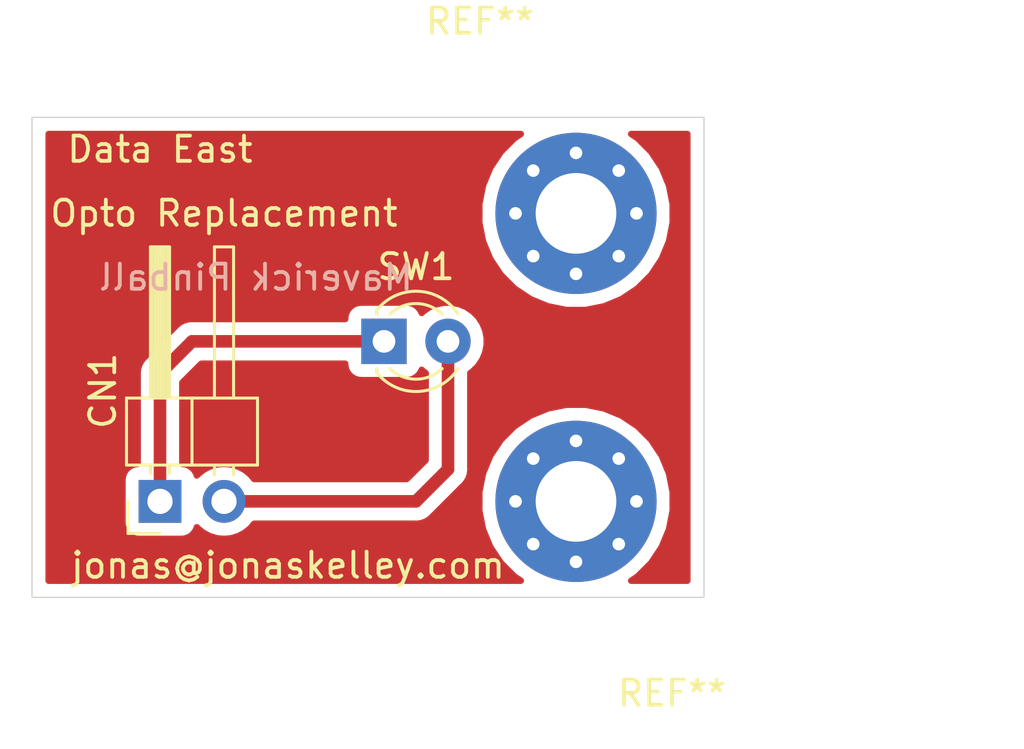
<source format=kicad_pcb>
(kicad_pcb (version 20171130) (host pcbnew "(5.1.4-0-10_14)")

  (general
    (thickness 1.6)
    (drawings 8)
    (tracks 6)
    (zones 0)
    (modules 4)
    (nets 1)
  )

  (page A4)
  (layers
    (0 F.Cu signal)
    (31 B.Cu signal)
    (32 B.Adhes user)
    (33 F.Adhes user)
    (34 B.Paste user)
    (35 F.Paste user)
    (36 B.SilkS user)
    (37 F.SilkS user)
    (38 B.Mask user)
    (39 F.Mask user)
    (40 Dwgs.User user)
    (41 Cmts.User user)
    (42 Eco1.User user)
    (43 Eco2.User user)
    (44 Edge.Cuts user)
    (45 Margin user)
    (46 B.CrtYd user)
    (47 F.CrtYd user)
    (48 B.Fab user)
    (49 F.Fab user)
  )

  (setup
    (last_trace_width 0.5)
    (user_trace_width 0.5)
    (trace_clearance 0.2)
    (zone_clearance 0.508)
    (zone_45_only no)
    (trace_min 0.2)
    (via_size 0.8)
    (via_drill 0.4)
    (via_min_size 0.4)
    (via_min_drill 0.3)
    (uvia_size 0.3)
    (uvia_drill 0.1)
    (uvias_allowed no)
    (uvia_min_size 0.2)
    (uvia_min_drill 0.1)
    (edge_width 0.05)
    (segment_width 0.2)
    (pcb_text_width 0.3)
    (pcb_text_size 1.5 1.5)
    (mod_edge_width 0.12)
    (mod_text_size 1 1)
    (mod_text_width 0.15)
    (pad_size 1.524 1.524)
    (pad_drill 0.762)
    (pad_to_mask_clearance 0.051)
    (solder_mask_min_width 0.25)
    (aux_axis_origin 0 0)
    (visible_elements FFFFFF7F)
    (pcbplotparams
      (layerselection 0x010fc_ffffffff)
      (usegerberextensions false)
      (usegerberattributes false)
      (usegerberadvancedattributes false)
      (creategerberjobfile false)
      (excludeedgelayer true)
      (linewidth 0.100000)
      (plotframeref false)
      (viasonmask false)
      (mode 1)
      (useauxorigin false)
      (hpglpennumber 1)
      (hpglpenspeed 20)
      (hpglpendiameter 15.000000)
      (psnegative false)
      (psa4output false)
      (plotreference true)
      (plotvalue true)
      (plotinvisibletext false)
      (padsonsilk false)
      (subtractmaskfromsilk false)
      (outputformat 1)
      (mirror false)
      (drillshape 1)
      (scaleselection 1)
      (outputdirectory ""))
  )

  (net 0 "")

  (net_class Default "This is the default net class."
    (clearance 0.2)
    (trace_width 0.25)
    (via_dia 0.8)
    (via_drill 0.4)
    (uvia_dia 0.3)
    (uvia_drill 0.1)
  )

  (module Connector_PinHeader_2.54mm:PinHeader_1x02_P2.54mm_Horizontal (layer F.Cu) (tedit 59FED5CB) (tstamp 5DCEE396)
    (at 68.58 54.61 90)
    (descr "Through hole angled pin header, 1x02, 2.54mm pitch, 6mm pin length, single row")
    (tags "Through hole angled pin header THT 1x02 2.54mm single row")
    (fp_text reference CN1 (at 4.385 -2.27 90) (layer F.SilkS)
      (effects (font (size 1 1) (thickness 0.15)))
    )
    (fp_text value PinHeader_1x02_P2.54mm_Horizontal (at 4.385 4.81 90) (layer F.Fab)
      (effects (font (size 1 1) (thickness 0.15)))
    )
    (fp_text user %R (at 2.77 1.27) (layer F.Fab)
      (effects (font (size 1 1) (thickness 0.15)))
    )
    (fp_line (start 10.55 -1.8) (end -1.8 -1.8) (layer F.CrtYd) (width 0.05))
    (fp_line (start 10.55 4.35) (end 10.55 -1.8) (layer F.CrtYd) (width 0.05))
    (fp_line (start -1.8 4.35) (end 10.55 4.35) (layer F.CrtYd) (width 0.05))
    (fp_line (start -1.8 -1.8) (end -1.8 4.35) (layer F.CrtYd) (width 0.05))
    (fp_line (start -1.27 -1.27) (end 0 -1.27) (layer F.SilkS) (width 0.12))
    (fp_line (start -1.27 0) (end -1.27 -1.27) (layer F.SilkS) (width 0.12))
    (fp_line (start 1.042929 2.92) (end 1.44 2.92) (layer F.SilkS) (width 0.12))
    (fp_line (start 1.042929 2.16) (end 1.44 2.16) (layer F.SilkS) (width 0.12))
    (fp_line (start 10.1 2.92) (end 4.1 2.92) (layer F.SilkS) (width 0.12))
    (fp_line (start 10.1 2.16) (end 10.1 2.92) (layer F.SilkS) (width 0.12))
    (fp_line (start 4.1 2.16) (end 10.1 2.16) (layer F.SilkS) (width 0.12))
    (fp_line (start 1.44 1.27) (end 4.1 1.27) (layer F.SilkS) (width 0.12))
    (fp_line (start 1.11 0.38) (end 1.44 0.38) (layer F.SilkS) (width 0.12))
    (fp_line (start 1.11 -0.38) (end 1.44 -0.38) (layer F.SilkS) (width 0.12))
    (fp_line (start 4.1 0.28) (end 10.1 0.28) (layer F.SilkS) (width 0.12))
    (fp_line (start 4.1 0.16) (end 10.1 0.16) (layer F.SilkS) (width 0.12))
    (fp_line (start 4.1 0.04) (end 10.1 0.04) (layer F.SilkS) (width 0.12))
    (fp_line (start 4.1 -0.08) (end 10.1 -0.08) (layer F.SilkS) (width 0.12))
    (fp_line (start 4.1 -0.2) (end 10.1 -0.2) (layer F.SilkS) (width 0.12))
    (fp_line (start 4.1 -0.32) (end 10.1 -0.32) (layer F.SilkS) (width 0.12))
    (fp_line (start 10.1 0.38) (end 4.1 0.38) (layer F.SilkS) (width 0.12))
    (fp_line (start 10.1 -0.38) (end 10.1 0.38) (layer F.SilkS) (width 0.12))
    (fp_line (start 4.1 -0.38) (end 10.1 -0.38) (layer F.SilkS) (width 0.12))
    (fp_line (start 4.1 -1.33) (end 1.44 -1.33) (layer F.SilkS) (width 0.12))
    (fp_line (start 4.1 3.87) (end 4.1 -1.33) (layer F.SilkS) (width 0.12))
    (fp_line (start 1.44 3.87) (end 4.1 3.87) (layer F.SilkS) (width 0.12))
    (fp_line (start 1.44 -1.33) (end 1.44 3.87) (layer F.SilkS) (width 0.12))
    (fp_line (start 4.04 2.86) (end 10.04 2.86) (layer F.Fab) (width 0.1))
    (fp_line (start 10.04 2.22) (end 10.04 2.86) (layer F.Fab) (width 0.1))
    (fp_line (start 4.04 2.22) (end 10.04 2.22) (layer F.Fab) (width 0.1))
    (fp_line (start -0.32 2.86) (end 1.5 2.86) (layer F.Fab) (width 0.1))
    (fp_line (start -0.32 2.22) (end -0.32 2.86) (layer F.Fab) (width 0.1))
    (fp_line (start -0.32 2.22) (end 1.5 2.22) (layer F.Fab) (width 0.1))
    (fp_line (start 4.04 0.32) (end 10.04 0.32) (layer F.Fab) (width 0.1))
    (fp_line (start 10.04 -0.32) (end 10.04 0.32) (layer F.Fab) (width 0.1))
    (fp_line (start 4.04 -0.32) (end 10.04 -0.32) (layer F.Fab) (width 0.1))
    (fp_line (start -0.32 0.32) (end 1.5 0.32) (layer F.Fab) (width 0.1))
    (fp_line (start -0.32 -0.32) (end -0.32 0.32) (layer F.Fab) (width 0.1))
    (fp_line (start -0.32 -0.32) (end 1.5 -0.32) (layer F.Fab) (width 0.1))
    (fp_line (start 1.5 -0.635) (end 2.135 -1.27) (layer F.Fab) (width 0.1))
    (fp_line (start 1.5 3.81) (end 1.5 -0.635) (layer F.Fab) (width 0.1))
    (fp_line (start 4.04 3.81) (end 1.5 3.81) (layer F.Fab) (width 0.1))
    (fp_line (start 4.04 -1.27) (end 4.04 3.81) (layer F.Fab) (width 0.1))
    (fp_line (start 2.135 -1.27) (end 4.04 -1.27) (layer F.Fab) (width 0.1))
    (pad 2 thru_hole oval (at 0 2.54 90) (size 1.7 1.7) (drill 1) (layers *.Cu *.Mask))
    (pad 1 thru_hole rect (at 0 0 90) (size 1.7 1.7) (drill 1) (layers *.Cu *.Mask))
    (model ${KISYS3DMOD}/Connector_PinHeader_2.54mm.3dshapes/PinHeader_1x02_P2.54mm_Horizontal.wrl
      (at (xyz 0 0 0))
      (scale (xyz 1 1 1))
      (rotate (xyz 0 0 0))
    )
  )

  (module LED_THT:LED_D3.0mm_FlatTop (layer F.Cu) (tedit 5880A862) (tstamp 5DCEE1C1)
    (at 77.47 48.26)
    (descr "LED, Round, FlatTop, diameter 3.0mm, 2 pins, http://www.kingbright.com/attachments/file/psearch/000/00/00/L-47XEC(Ver.9A).pdf")
    (tags "LED Round FlatTop diameter 3.0mm 2 pins")
    (fp_text reference SW1 (at 1.27 -2.96) (layer F.SilkS)
      (effects (font (size 1 1) (thickness 0.15)))
    )
    (fp_text value LED_D3.0mm_FlatTop (at 1.27 2.96) (layer F.Fab)
      (effects (font (size 1 1) (thickness 0.15)))
    )
    (fp_line (start 3.7 -2.25) (end -1.15 -2.25) (layer F.CrtYd) (width 0.05))
    (fp_line (start 3.7 2.25) (end 3.7 -2.25) (layer F.CrtYd) (width 0.05))
    (fp_line (start -1.15 2.25) (end 3.7 2.25) (layer F.CrtYd) (width 0.05))
    (fp_line (start -1.15 -2.25) (end -1.15 2.25) (layer F.CrtYd) (width 0.05))
    (fp_line (start -0.29 1.08) (end -0.29 1.236) (layer F.SilkS) (width 0.12))
    (fp_line (start -0.29 -1.236) (end -0.29 -1.08) (layer F.SilkS) (width 0.12))
    (fp_line (start -0.23 -1.16619) (end -0.23 1.16619) (layer F.Fab) (width 0.1))
    (fp_circle (center 1.27 0) (end 2.77 0) (layer F.Fab) (width 0.1))
    (fp_arc (start 1.27 0) (end 0.229039 1.08) (angle -87.9) (layer F.SilkS) (width 0.12))
    (fp_arc (start 1.27 0) (end 0.229039 -1.08) (angle 87.9) (layer F.SilkS) (width 0.12))
    (fp_arc (start 1.27 0) (end -0.29 1.235516) (angle -108.8) (layer F.SilkS) (width 0.12))
    (fp_arc (start 1.27 0) (end -0.29 -1.235516) (angle 108.8) (layer F.SilkS) (width 0.12))
    (fp_arc (start 1.27 0) (end -0.23 -1.16619) (angle 284.3) (layer F.Fab) (width 0.1))
    (pad 2 thru_hole circle (at 2.54 0) (size 1.8 1.8) (drill 0.9) (layers *.Cu *.Mask))
    (pad 1 thru_hole rect (at 0 0) (size 1.8 1.8) (drill 0.9) (layers *.Cu *.Mask))
    (model ${KISYS3DMOD}/LED_THT.3dshapes/LED_D3.0mm_FlatTop.wrl
      (at (xyz 0 0 0))
      (scale (xyz 1 1 1))
      (rotate (xyz 0 0 0))
    )
  )

  (module MountingHole:MountingHole_3.2mm_M3_Pad_Via (layer F.Cu) (tedit 56DDBCCA) (tstamp 5DCEE14E)
    (at 85.09 54.61)
    (descr "Mounting Hole 3.2mm, M3")
    (tags "mounting hole 3.2mm m3")
    (attr virtual)
    (fp_text reference REF** (at 3.81 7.62) (layer F.SilkS)
      (effects (font (size 1 1) (thickness 0.15)))
    )
    (fp_text value MountingHole_3.2mm_M3_Pad_Via (at 0 4.2) (layer F.Fab)
      (effects (font (size 1 1) (thickness 0.15)))
    )
    (fp_circle (center 0 0) (end 3.45 0) (layer F.CrtYd) (width 0.05))
    (fp_circle (center 0 0) (end 3.2 0) (layer Cmts.User) (width 0.15))
    (fp_text user %R (at 0.3 0) (layer F.Fab)
      (effects (font (size 1 1) (thickness 0.15)))
    )
    (pad 1 thru_hole circle (at 1.697056 -1.697056) (size 0.8 0.8) (drill 0.5) (layers *.Cu *.Mask))
    (pad 1 thru_hole circle (at 0 -2.4) (size 0.8 0.8) (drill 0.5) (layers *.Cu *.Mask))
    (pad 1 thru_hole circle (at -1.697056 -1.697056) (size 0.8 0.8) (drill 0.5) (layers *.Cu *.Mask))
    (pad 1 thru_hole circle (at -2.4 0) (size 0.8 0.8) (drill 0.5) (layers *.Cu *.Mask))
    (pad 1 thru_hole circle (at -1.697056 1.697056) (size 0.8 0.8) (drill 0.5) (layers *.Cu *.Mask))
    (pad 1 thru_hole circle (at 0 2.4) (size 0.8 0.8) (drill 0.5) (layers *.Cu *.Mask))
    (pad 1 thru_hole circle (at 1.697056 1.697056) (size 0.8 0.8) (drill 0.5) (layers *.Cu *.Mask))
    (pad 1 thru_hole circle (at 2.4 0) (size 0.8 0.8) (drill 0.5) (layers *.Cu *.Mask))
    (pad 1 thru_hole circle (at 0 0) (size 6.4 6.4) (drill 3.2) (layers *.Cu *.Mask))
  )

  (module MountingHole:MountingHole_3.2mm_M3_Pad_Via (layer F.Cu) (tedit 56DDBCCA) (tstamp 5DCEE102)
    (at 85.09 43.18)
    (descr "Mounting Hole 3.2mm, M3")
    (tags "mounting hole 3.2mm m3")
    (attr virtual)
    (fp_text reference REF** (at -3.81 -7.62) (layer F.SilkS)
      (effects (font (size 1 1) (thickness 0.15)))
    )
    (fp_text value MountingHole_3.2mm_M3_Pad_Via (at 0 4.2) (layer F.Fab)
      (effects (font (size 1 1) (thickness 0.15)))
    )
    (fp_circle (center 0 0) (end 3.45 0) (layer F.CrtYd) (width 0.05))
    (fp_circle (center 0 0) (end 3.2 0) (layer Cmts.User) (width 0.15))
    (fp_text user %R (at 0.3 0) (layer F.Fab)
      (effects (font (size 1 1) (thickness 0.15)))
    )
    (pad 1 thru_hole circle (at 1.697056 -1.697056) (size 0.8 0.8) (drill 0.5) (layers *.Cu *.Mask))
    (pad 1 thru_hole circle (at 0 -2.4) (size 0.8 0.8) (drill 0.5) (layers *.Cu *.Mask))
    (pad 1 thru_hole circle (at -1.697056 -1.697056) (size 0.8 0.8) (drill 0.5) (layers *.Cu *.Mask))
    (pad 1 thru_hole circle (at -2.4 0) (size 0.8 0.8) (drill 0.5) (layers *.Cu *.Mask))
    (pad 1 thru_hole circle (at -1.697056 1.697056) (size 0.8 0.8) (drill 0.5) (layers *.Cu *.Mask))
    (pad 1 thru_hole circle (at 0 2.4) (size 0.8 0.8) (drill 0.5) (layers *.Cu *.Mask))
    (pad 1 thru_hole circle (at 1.697056 1.697056) (size 0.8 0.8) (drill 0.5) (layers *.Cu *.Mask))
    (pad 1 thru_hole circle (at 2.4 0) (size 0.8 0.8) (drill 0.5) (layers *.Cu *.Mask))
    (pad 1 thru_hole circle (at 0 0) (size 6.4 6.4) (drill 3.2) (layers *.Cu *.Mask))
  )

  (gr_text "Maverick Pinball" (at 72.39 45.72) (layer B.SilkS)
    (effects (font (size 1 1) (thickness 0.15)) (justify mirror))
  )
  (gr_text jonas@jonaskelley.com (at 73.66 57.15) (layer F.SilkS)
    (effects (font (size 1 1) (thickness 0.15)))
  )
  (gr_text "Opto Replacement" (at 71.12 43.18) (layer F.SilkS)
    (effects (font (size 1 1) (thickness 0.15)))
  )
  (gr_text "Data East" (at 68.58 40.64) (layer F.SilkS)
    (effects (font (size 1 1) (thickness 0.15)))
  )
  (gr_line (start 90.17 39.37) (end 63.5 39.37) (layer Edge.Cuts) (width 0.05) (tstamp 5DCEE5A7))
  (gr_line (start 90.17 58.42) (end 90.17 39.37) (layer Edge.Cuts) (width 0.05))
  (gr_line (start 63.5 58.42) (end 90.17 58.42) (layer Edge.Cuts) (width 0.05))
  (gr_line (start 63.5 39.37) (end 63.5 58.42) (layer Edge.Cuts) (width 0.05))

  (segment (start 77.47 48.26) (end 69.85 48.26) (width 0.5) (layer F.Cu) (net 0))
  (segment (start 68.58 49.53) (end 68.58 54.61) (width 0.5) (layer F.Cu) (net 0))
  (segment (start 69.85 48.26) (end 68.58 49.53) (width 0.5) (layer F.Cu) (net 0))
  (segment (start 71.12 54.61) (end 78.74 54.61) (width 0.5) (layer F.Cu) (net 0))
  (segment (start 78.74 54.61) (end 80.01 53.34) (width 0.5) (layer F.Cu) (net 0))
  (segment (start 80.01 53.34) (end 80.01 48.26) (width 0.5) (layer F.Cu) (net 0))

  (zone (net 0) (net_name "") (layer F.Cu) (tstamp 0) (hatch edge 0.508)
    (connect_pads (clearance 0.508))
    (min_thickness 0.254)
    (fill yes (arc_segments 32) (thermal_gap 0.508) (thermal_bridge_width 0.508))
    (polygon
      (pts
        (xy 102.87 39.37) (xy 62.23 39.37) (xy 62.23 62.23) (xy 102.87 62.23)
      )
    )
    (filled_polygon
      (pts
        (xy 82.64533 40.201161) (xy 82.111161 40.73533) (xy 81.691467 41.363446) (xy 81.402377 42.061372) (xy 81.255 42.802285)
        (xy 81.255 43.557715) (xy 81.402377 44.298628) (xy 81.691467 44.996554) (xy 82.111161 45.62467) (xy 82.64533 46.158839)
        (xy 83.273446 46.578533) (xy 83.971372 46.867623) (xy 84.712285 47.015) (xy 85.467715 47.015) (xy 86.208628 46.867623)
        (xy 86.906554 46.578533) (xy 87.53467 46.158839) (xy 88.068839 45.62467) (xy 88.488533 44.996554) (xy 88.777623 44.298628)
        (xy 88.925 43.557715) (xy 88.925 42.802285) (xy 88.777623 42.061372) (xy 88.488533 41.363446) (xy 88.068839 40.73533)
        (xy 87.53467 40.201161) (xy 87.27851 40.03) (xy 89.510001 40.03) (xy 89.51 57.76) (xy 87.27851 57.76)
        (xy 87.53467 57.588839) (xy 88.068839 57.05467) (xy 88.488533 56.426554) (xy 88.777623 55.728628) (xy 88.925 54.987715)
        (xy 88.925 54.232285) (xy 88.777623 53.491372) (xy 88.488533 52.793446) (xy 88.068839 52.16533) (xy 87.53467 51.631161)
        (xy 86.906554 51.211467) (xy 86.208628 50.922377) (xy 85.467715 50.775) (xy 84.712285 50.775) (xy 83.971372 50.922377)
        (xy 83.273446 51.211467) (xy 82.64533 51.631161) (xy 82.111161 52.16533) (xy 81.691467 52.793446) (xy 81.402377 53.491372)
        (xy 81.255 54.232285) (xy 81.255 54.987715) (xy 81.402377 55.728628) (xy 81.691467 56.426554) (xy 82.111161 57.05467)
        (xy 82.64533 57.588839) (xy 82.90149 57.76) (xy 64.16 57.76) (xy 64.16 53.76) (xy 67.091928 53.76)
        (xy 67.091928 55.46) (xy 67.104188 55.584482) (xy 67.140498 55.70418) (xy 67.199463 55.814494) (xy 67.278815 55.911185)
        (xy 67.375506 55.990537) (xy 67.48582 56.049502) (xy 67.605518 56.085812) (xy 67.73 56.098072) (xy 69.43 56.098072)
        (xy 69.554482 56.085812) (xy 69.67418 56.049502) (xy 69.784494 55.990537) (xy 69.881185 55.911185) (xy 69.960537 55.814494)
        (xy 70.019502 55.70418) (xy 70.040393 55.635313) (xy 70.064866 55.665134) (xy 70.290986 55.850706) (xy 70.548966 55.988599)
        (xy 70.828889 56.073513) (xy 71.04705 56.095) (xy 71.19295 56.095) (xy 71.411111 56.073513) (xy 71.691034 55.988599)
        (xy 71.949014 55.850706) (xy 72.175134 55.665134) (xy 72.314759 55.495) (xy 78.696531 55.495) (xy 78.74 55.499281)
        (xy 78.783469 55.495) (xy 78.783477 55.495) (xy 78.91349 55.482195) (xy 79.080313 55.431589) (xy 79.234059 55.349411)
        (xy 79.368817 55.238817) (xy 79.396534 55.205044) (xy 80.60505 53.996529) (xy 80.638817 53.968817) (xy 80.749411 53.834059)
        (xy 80.831589 53.680313) (xy 80.882195 53.51349) (xy 80.895 53.383477) (xy 80.895 53.383467) (xy 80.899281 53.340001)
        (xy 80.895 53.296535) (xy 80.895 49.51479) (xy 80.988505 49.452312) (xy 81.202312 49.238505) (xy 81.370299 48.987095)
        (xy 81.486011 48.707743) (xy 81.545 48.411184) (xy 81.545 48.108816) (xy 81.486011 47.812257) (xy 81.370299 47.532905)
        (xy 81.202312 47.281495) (xy 80.988505 47.067688) (xy 80.737095 46.899701) (xy 80.457743 46.783989) (xy 80.161184 46.725)
        (xy 79.858816 46.725) (xy 79.562257 46.783989) (xy 79.282905 46.899701) (xy 79.031495 47.067688) (xy 78.965056 47.134127)
        (xy 78.959502 47.11582) (xy 78.900537 47.005506) (xy 78.821185 46.908815) (xy 78.724494 46.829463) (xy 78.61418 46.770498)
        (xy 78.494482 46.734188) (xy 78.37 46.721928) (xy 76.57 46.721928) (xy 76.445518 46.734188) (xy 76.32582 46.770498)
        (xy 76.215506 46.829463) (xy 76.118815 46.908815) (xy 76.039463 47.005506) (xy 75.980498 47.11582) (xy 75.944188 47.235518)
        (xy 75.931928 47.36) (xy 75.931928 47.375) (xy 69.893465 47.375) (xy 69.849999 47.370719) (xy 69.806533 47.375)
        (xy 69.806523 47.375) (xy 69.67651 47.387805) (xy 69.509687 47.438411) (xy 69.355941 47.520589) (xy 69.355939 47.52059)
        (xy 69.35594 47.52059) (xy 69.254953 47.603468) (xy 69.254951 47.60347) (xy 69.221183 47.631183) (xy 69.19347 47.664951)
        (xy 67.984956 48.873466) (xy 67.951183 48.901183) (xy 67.840589 49.035942) (xy 67.758411 49.189688) (xy 67.707805 49.356511)
        (xy 67.695 49.486524) (xy 67.695 49.486531) (xy 67.690719 49.53) (xy 67.695 49.573469) (xy 67.695001 53.125375)
        (xy 67.605518 53.134188) (xy 67.48582 53.170498) (xy 67.375506 53.229463) (xy 67.278815 53.308815) (xy 67.199463 53.405506)
        (xy 67.140498 53.51582) (xy 67.104188 53.635518) (xy 67.091928 53.76) (xy 64.16 53.76) (xy 64.16 40.03)
        (xy 82.90149 40.03)
      )
    )
    (filled_polygon
      (pts
        (xy 75.931928 49.16) (xy 75.944188 49.284482) (xy 75.980498 49.40418) (xy 76.039463 49.514494) (xy 76.118815 49.611185)
        (xy 76.215506 49.690537) (xy 76.32582 49.749502) (xy 76.445518 49.785812) (xy 76.57 49.798072) (xy 78.37 49.798072)
        (xy 78.494482 49.785812) (xy 78.61418 49.749502) (xy 78.724494 49.690537) (xy 78.821185 49.611185) (xy 78.900537 49.514494)
        (xy 78.959502 49.40418) (xy 78.965056 49.385873) (xy 79.031495 49.452312) (xy 79.125001 49.514791) (xy 79.125 52.973421)
        (xy 78.373422 53.725) (xy 72.314759 53.725) (xy 72.175134 53.554866) (xy 71.949014 53.369294) (xy 71.691034 53.231401)
        (xy 71.411111 53.146487) (xy 71.19295 53.125) (xy 71.04705 53.125) (xy 70.828889 53.146487) (xy 70.548966 53.231401)
        (xy 70.290986 53.369294) (xy 70.064866 53.554866) (xy 70.040393 53.584687) (xy 70.019502 53.51582) (xy 69.960537 53.405506)
        (xy 69.881185 53.308815) (xy 69.784494 53.229463) (xy 69.67418 53.170498) (xy 69.554482 53.134188) (xy 69.465 53.125375)
        (xy 69.465 49.896578) (xy 70.216579 49.145) (xy 75.931928 49.145)
      )
    )
  )
)

</source>
